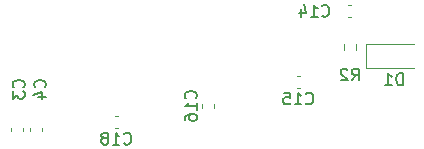
<source format=gbo>
%TF.GenerationSoftware,KiCad,Pcbnew,7.0.5*%
%TF.CreationDate,2023-07-27T20:23:40+03:00*%
%TF.ProjectId,ltp_kikad,6c74705f-6b69-46b6-9164-2e6b69636164,rev?*%
%TF.SameCoordinates,Original*%
%TF.FileFunction,Legend,Bot*%
%TF.FilePolarity,Positive*%
%FSLAX46Y46*%
G04 Gerber Fmt 4.6, Leading zero omitted, Abs format (unit mm)*
G04 Created by KiCad (PCBNEW 7.0.5) date 2023-07-27 20:23:40*
%MOMM*%
%LPD*%
G01*
G04 APERTURE LIST*
%ADD10C,0.150000*%
%ADD11C,0.120000*%
G04 APERTURE END LIST*
D10*
%TO.C,D1*%
X158275094Y-95654819D02*
X158275094Y-94654819D01*
X158275094Y-94654819D02*
X158036999Y-94654819D01*
X158036999Y-94654819D02*
X157894142Y-94702438D01*
X157894142Y-94702438D02*
X157798904Y-94797676D01*
X157798904Y-94797676D02*
X157751285Y-94892914D01*
X157751285Y-94892914D02*
X157703666Y-95083390D01*
X157703666Y-95083390D02*
X157703666Y-95226247D01*
X157703666Y-95226247D02*
X157751285Y-95416723D01*
X157751285Y-95416723D02*
X157798904Y-95511961D01*
X157798904Y-95511961D02*
X157894142Y-95607200D01*
X157894142Y-95607200D02*
X158036999Y-95654819D01*
X158036999Y-95654819D02*
X158275094Y-95654819D01*
X156751285Y-95654819D02*
X157322713Y-95654819D01*
X157036999Y-95654819D02*
X157036999Y-94654819D01*
X157036999Y-94654819D02*
X157132237Y-94797676D01*
X157132237Y-94797676D02*
X157227475Y-94892914D01*
X157227475Y-94892914D02*
X157322713Y-94940533D01*
%TO.C,C15*%
X150054857Y-97189580D02*
X150102476Y-97237200D01*
X150102476Y-97237200D02*
X150245333Y-97284819D01*
X150245333Y-97284819D02*
X150340571Y-97284819D01*
X150340571Y-97284819D02*
X150483428Y-97237200D01*
X150483428Y-97237200D02*
X150578666Y-97141961D01*
X150578666Y-97141961D02*
X150626285Y-97046723D01*
X150626285Y-97046723D02*
X150673904Y-96856247D01*
X150673904Y-96856247D02*
X150673904Y-96713390D01*
X150673904Y-96713390D02*
X150626285Y-96522914D01*
X150626285Y-96522914D02*
X150578666Y-96427676D01*
X150578666Y-96427676D02*
X150483428Y-96332438D01*
X150483428Y-96332438D02*
X150340571Y-96284819D01*
X150340571Y-96284819D02*
X150245333Y-96284819D01*
X150245333Y-96284819D02*
X150102476Y-96332438D01*
X150102476Y-96332438D02*
X150054857Y-96380057D01*
X149102476Y-97284819D02*
X149673904Y-97284819D01*
X149388190Y-97284819D02*
X149388190Y-96284819D01*
X149388190Y-96284819D02*
X149483428Y-96427676D01*
X149483428Y-96427676D02*
X149578666Y-96522914D01*
X149578666Y-96522914D02*
X149673904Y-96570533D01*
X148197714Y-96284819D02*
X148673904Y-96284819D01*
X148673904Y-96284819D02*
X148721523Y-96761009D01*
X148721523Y-96761009D02*
X148673904Y-96713390D01*
X148673904Y-96713390D02*
X148578666Y-96665771D01*
X148578666Y-96665771D02*
X148340571Y-96665771D01*
X148340571Y-96665771D02*
X148245333Y-96713390D01*
X148245333Y-96713390D02*
X148197714Y-96761009D01*
X148197714Y-96761009D02*
X148150095Y-96856247D01*
X148150095Y-96856247D02*
X148150095Y-97094342D01*
X148150095Y-97094342D02*
X148197714Y-97189580D01*
X148197714Y-97189580D02*
X148245333Y-97237200D01*
X148245333Y-97237200D02*
X148340571Y-97284819D01*
X148340571Y-97284819D02*
X148578666Y-97284819D01*
X148578666Y-97284819D02*
X148673904Y-97237200D01*
X148673904Y-97237200D02*
X148721523Y-97189580D01*
%TO.C,C14*%
X151429857Y-89759580D02*
X151477476Y-89807200D01*
X151477476Y-89807200D02*
X151620333Y-89854819D01*
X151620333Y-89854819D02*
X151715571Y-89854819D01*
X151715571Y-89854819D02*
X151858428Y-89807200D01*
X151858428Y-89807200D02*
X151953666Y-89711961D01*
X151953666Y-89711961D02*
X152001285Y-89616723D01*
X152001285Y-89616723D02*
X152048904Y-89426247D01*
X152048904Y-89426247D02*
X152048904Y-89283390D01*
X152048904Y-89283390D02*
X152001285Y-89092914D01*
X152001285Y-89092914D02*
X151953666Y-88997676D01*
X151953666Y-88997676D02*
X151858428Y-88902438D01*
X151858428Y-88902438D02*
X151715571Y-88854819D01*
X151715571Y-88854819D02*
X151620333Y-88854819D01*
X151620333Y-88854819D02*
X151477476Y-88902438D01*
X151477476Y-88902438D02*
X151429857Y-88950057D01*
X150477476Y-89854819D02*
X151048904Y-89854819D01*
X150763190Y-89854819D02*
X150763190Y-88854819D01*
X150763190Y-88854819D02*
X150858428Y-88997676D01*
X150858428Y-88997676D02*
X150953666Y-89092914D01*
X150953666Y-89092914D02*
X151048904Y-89140533D01*
X149620333Y-89188152D02*
X149620333Y-89854819D01*
X149858428Y-88807200D02*
X150096523Y-89521485D01*
X150096523Y-89521485D02*
X149477476Y-89521485D01*
%TO.C,C16*%
X140716580Y-96782142D02*
X140764200Y-96734523D01*
X140764200Y-96734523D02*
X140811819Y-96591666D01*
X140811819Y-96591666D02*
X140811819Y-96496428D01*
X140811819Y-96496428D02*
X140764200Y-96353571D01*
X140764200Y-96353571D02*
X140668961Y-96258333D01*
X140668961Y-96258333D02*
X140573723Y-96210714D01*
X140573723Y-96210714D02*
X140383247Y-96163095D01*
X140383247Y-96163095D02*
X140240390Y-96163095D01*
X140240390Y-96163095D02*
X140049914Y-96210714D01*
X140049914Y-96210714D02*
X139954676Y-96258333D01*
X139954676Y-96258333D02*
X139859438Y-96353571D01*
X139859438Y-96353571D02*
X139811819Y-96496428D01*
X139811819Y-96496428D02*
X139811819Y-96591666D01*
X139811819Y-96591666D02*
X139859438Y-96734523D01*
X139859438Y-96734523D02*
X139907057Y-96782142D01*
X140811819Y-97734523D02*
X140811819Y-97163095D01*
X140811819Y-97448809D02*
X139811819Y-97448809D01*
X139811819Y-97448809D02*
X139954676Y-97353571D01*
X139954676Y-97353571D02*
X140049914Y-97258333D01*
X140049914Y-97258333D02*
X140097533Y-97163095D01*
X139811819Y-98591666D02*
X139811819Y-98401190D01*
X139811819Y-98401190D02*
X139859438Y-98305952D01*
X139859438Y-98305952D02*
X139907057Y-98258333D01*
X139907057Y-98258333D02*
X140049914Y-98163095D01*
X140049914Y-98163095D02*
X140240390Y-98115476D01*
X140240390Y-98115476D02*
X140621342Y-98115476D01*
X140621342Y-98115476D02*
X140716580Y-98163095D01*
X140716580Y-98163095D02*
X140764200Y-98210714D01*
X140764200Y-98210714D02*
X140811819Y-98305952D01*
X140811819Y-98305952D02*
X140811819Y-98496428D01*
X140811819Y-98496428D02*
X140764200Y-98591666D01*
X140764200Y-98591666D02*
X140716580Y-98639285D01*
X140716580Y-98639285D02*
X140621342Y-98686904D01*
X140621342Y-98686904D02*
X140383247Y-98686904D01*
X140383247Y-98686904D02*
X140288009Y-98639285D01*
X140288009Y-98639285D02*
X140240390Y-98591666D01*
X140240390Y-98591666D02*
X140192771Y-98496428D01*
X140192771Y-98496428D02*
X140192771Y-98305952D01*
X140192771Y-98305952D02*
X140240390Y-98210714D01*
X140240390Y-98210714D02*
X140288009Y-98163095D01*
X140288009Y-98163095D02*
X140383247Y-98115476D01*
%TO.C,C3*%
X126146580Y-95833333D02*
X126194200Y-95785714D01*
X126194200Y-95785714D02*
X126241819Y-95642857D01*
X126241819Y-95642857D02*
X126241819Y-95547619D01*
X126241819Y-95547619D02*
X126194200Y-95404762D01*
X126194200Y-95404762D02*
X126098961Y-95309524D01*
X126098961Y-95309524D02*
X126003723Y-95261905D01*
X126003723Y-95261905D02*
X125813247Y-95214286D01*
X125813247Y-95214286D02*
X125670390Y-95214286D01*
X125670390Y-95214286D02*
X125479914Y-95261905D01*
X125479914Y-95261905D02*
X125384676Y-95309524D01*
X125384676Y-95309524D02*
X125289438Y-95404762D01*
X125289438Y-95404762D02*
X125241819Y-95547619D01*
X125241819Y-95547619D02*
X125241819Y-95642857D01*
X125241819Y-95642857D02*
X125289438Y-95785714D01*
X125289438Y-95785714D02*
X125337057Y-95833333D01*
X125241819Y-96166667D02*
X125241819Y-96785714D01*
X125241819Y-96785714D02*
X125622771Y-96452381D01*
X125622771Y-96452381D02*
X125622771Y-96595238D01*
X125622771Y-96595238D02*
X125670390Y-96690476D01*
X125670390Y-96690476D02*
X125718009Y-96738095D01*
X125718009Y-96738095D02*
X125813247Y-96785714D01*
X125813247Y-96785714D02*
X126051342Y-96785714D01*
X126051342Y-96785714D02*
X126146580Y-96738095D01*
X126146580Y-96738095D02*
X126194200Y-96690476D01*
X126194200Y-96690476D02*
X126241819Y-96595238D01*
X126241819Y-96595238D02*
X126241819Y-96309524D01*
X126241819Y-96309524D02*
X126194200Y-96214286D01*
X126194200Y-96214286D02*
X126146580Y-96166667D01*
%TO.C,C18*%
X134654857Y-100589580D02*
X134702476Y-100637200D01*
X134702476Y-100637200D02*
X134845333Y-100684819D01*
X134845333Y-100684819D02*
X134940571Y-100684819D01*
X134940571Y-100684819D02*
X135083428Y-100637200D01*
X135083428Y-100637200D02*
X135178666Y-100541961D01*
X135178666Y-100541961D02*
X135226285Y-100446723D01*
X135226285Y-100446723D02*
X135273904Y-100256247D01*
X135273904Y-100256247D02*
X135273904Y-100113390D01*
X135273904Y-100113390D02*
X135226285Y-99922914D01*
X135226285Y-99922914D02*
X135178666Y-99827676D01*
X135178666Y-99827676D02*
X135083428Y-99732438D01*
X135083428Y-99732438D02*
X134940571Y-99684819D01*
X134940571Y-99684819D02*
X134845333Y-99684819D01*
X134845333Y-99684819D02*
X134702476Y-99732438D01*
X134702476Y-99732438D02*
X134654857Y-99780057D01*
X133702476Y-100684819D02*
X134273904Y-100684819D01*
X133988190Y-100684819D02*
X133988190Y-99684819D01*
X133988190Y-99684819D02*
X134083428Y-99827676D01*
X134083428Y-99827676D02*
X134178666Y-99922914D01*
X134178666Y-99922914D02*
X134273904Y-99970533D01*
X133131047Y-100113390D02*
X133226285Y-100065771D01*
X133226285Y-100065771D02*
X133273904Y-100018152D01*
X133273904Y-100018152D02*
X133321523Y-99922914D01*
X133321523Y-99922914D02*
X133321523Y-99875295D01*
X133321523Y-99875295D02*
X133273904Y-99780057D01*
X133273904Y-99780057D02*
X133226285Y-99732438D01*
X133226285Y-99732438D02*
X133131047Y-99684819D01*
X133131047Y-99684819D02*
X132940571Y-99684819D01*
X132940571Y-99684819D02*
X132845333Y-99732438D01*
X132845333Y-99732438D02*
X132797714Y-99780057D01*
X132797714Y-99780057D02*
X132750095Y-99875295D01*
X132750095Y-99875295D02*
X132750095Y-99922914D01*
X132750095Y-99922914D02*
X132797714Y-100018152D01*
X132797714Y-100018152D02*
X132845333Y-100065771D01*
X132845333Y-100065771D02*
X132940571Y-100113390D01*
X132940571Y-100113390D02*
X133131047Y-100113390D01*
X133131047Y-100113390D02*
X133226285Y-100161009D01*
X133226285Y-100161009D02*
X133273904Y-100208628D01*
X133273904Y-100208628D02*
X133321523Y-100303866D01*
X133321523Y-100303866D02*
X133321523Y-100494342D01*
X133321523Y-100494342D02*
X133273904Y-100589580D01*
X133273904Y-100589580D02*
X133226285Y-100637200D01*
X133226285Y-100637200D02*
X133131047Y-100684819D01*
X133131047Y-100684819D02*
X132940571Y-100684819D01*
X132940571Y-100684819D02*
X132845333Y-100637200D01*
X132845333Y-100637200D02*
X132797714Y-100589580D01*
X132797714Y-100589580D02*
X132750095Y-100494342D01*
X132750095Y-100494342D02*
X132750095Y-100303866D01*
X132750095Y-100303866D02*
X132797714Y-100208628D01*
X132797714Y-100208628D02*
X132845333Y-100161009D01*
X132845333Y-100161009D02*
X132940571Y-100113390D01*
%TO.C,C4*%
X127946580Y-95833333D02*
X127994200Y-95785714D01*
X127994200Y-95785714D02*
X128041819Y-95642857D01*
X128041819Y-95642857D02*
X128041819Y-95547619D01*
X128041819Y-95547619D02*
X127994200Y-95404762D01*
X127994200Y-95404762D02*
X127898961Y-95309524D01*
X127898961Y-95309524D02*
X127803723Y-95261905D01*
X127803723Y-95261905D02*
X127613247Y-95214286D01*
X127613247Y-95214286D02*
X127470390Y-95214286D01*
X127470390Y-95214286D02*
X127279914Y-95261905D01*
X127279914Y-95261905D02*
X127184676Y-95309524D01*
X127184676Y-95309524D02*
X127089438Y-95404762D01*
X127089438Y-95404762D02*
X127041819Y-95547619D01*
X127041819Y-95547619D02*
X127041819Y-95642857D01*
X127041819Y-95642857D02*
X127089438Y-95785714D01*
X127089438Y-95785714D02*
X127137057Y-95833333D01*
X127375152Y-96690476D02*
X128041819Y-96690476D01*
X126994200Y-96452381D02*
X127708485Y-96214286D01*
X127708485Y-96214286D02*
X127708485Y-96833333D01*
%TO.C,R2*%
X153953666Y-95254819D02*
X154286999Y-94778628D01*
X154525094Y-95254819D02*
X154525094Y-94254819D01*
X154525094Y-94254819D02*
X154144142Y-94254819D01*
X154144142Y-94254819D02*
X154048904Y-94302438D01*
X154048904Y-94302438D02*
X154001285Y-94350057D01*
X154001285Y-94350057D02*
X153953666Y-94445295D01*
X153953666Y-94445295D02*
X153953666Y-94588152D01*
X153953666Y-94588152D02*
X154001285Y-94683390D01*
X154001285Y-94683390D02*
X154048904Y-94731009D01*
X154048904Y-94731009D02*
X154144142Y-94778628D01*
X154144142Y-94778628D02*
X154525094Y-94778628D01*
X153572713Y-94350057D02*
X153525094Y-94302438D01*
X153525094Y-94302438D02*
X153429856Y-94254819D01*
X153429856Y-94254819D02*
X153191761Y-94254819D01*
X153191761Y-94254819D02*
X153096523Y-94302438D01*
X153096523Y-94302438D02*
X153048904Y-94350057D01*
X153048904Y-94350057D02*
X153001285Y-94445295D01*
X153001285Y-94445295D02*
X153001285Y-94540533D01*
X153001285Y-94540533D02*
X153048904Y-94683390D01*
X153048904Y-94683390D02*
X153620332Y-95254819D01*
X153620332Y-95254819D02*
X153001285Y-95254819D01*
D11*
%TO.C,D1*%
X155177000Y-92200000D02*
X159187000Y-92200000D01*
X155177000Y-94200000D02*
X155177000Y-92200000D01*
X155177000Y-94200000D02*
X159187000Y-94200000D01*
%TO.C,C15*%
X149271420Y-94890000D02*
X149552580Y-94890000D01*
X149271420Y-95910000D02*
X149552580Y-95910000D01*
%TO.C,C14*%
X153902580Y-89910000D02*
X153621420Y-89910000D01*
X153902580Y-88890000D02*
X153621420Y-88890000D01*
%TO.C,C16*%
X142297000Y-97284420D02*
X142297000Y-97565580D01*
X141277000Y-97284420D02*
X141277000Y-97565580D01*
%TO.C,C3*%
X126097000Y-99259420D02*
X126097000Y-99540580D01*
X125077000Y-99259420D02*
X125077000Y-99540580D01*
%TO.C,C18*%
X133871420Y-98290000D02*
X134152580Y-98290000D01*
X133871420Y-99310000D02*
X134152580Y-99310000D01*
%TO.C,C4*%
X127697000Y-99259420D02*
X127697000Y-99540580D01*
X126677000Y-99259420D02*
X126677000Y-99540580D01*
%TO.C,R2*%
X153264500Y-92662258D02*
X153264500Y-92187742D01*
X154309500Y-92662258D02*
X154309500Y-92187742D01*
%TD*%
M02*

</source>
